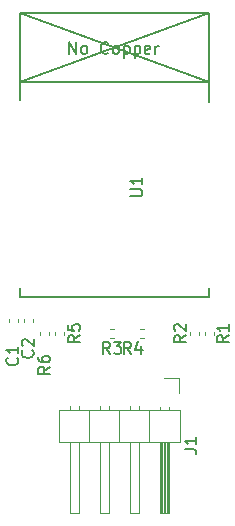
<source format=gbr>
%TF.GenerationSoftware,KiCad,Pcbnew,6.0.5-a6ca702e91~116~ubuntu20.04.1*%
%TF.CreationDate,2022-06-07T16:18:29-07:00*%
%TF.ProjectId,esp8266-dongle,65737038-3236-4362-9d64-6f6e676c652e,rev?*%
%TF.SameCoordinates,Original*%
%TF.FileFunction,Legend,Top*%
%TF.FilePolarity,Positive*%
%FSLAX46Y46*%
G04 Gerber Fmt 4.6, Leading zero omitted, Abs format (unit mm)*
G04 Created by KiCad (PCBNEW 6.0.5-a6ca702e91~116~ubuntu20.04.1) date 2022-06-07 16:18:29*
%MOMM*%
%LPD*%
G01*
G04 APERTURE LIST*
%ADD10C,0.150000*%
%ADD11C,0.120000*%
%ADD12C,0.152400*%
G04 APERTURE END LIST*
D10*
%TO.C,R2*%
X121837380Y-97956666D02*
X121361190Y-98290000D01*
X121837380Y-98528095D02*
X120837380Y-98528095D01*
X120837380Y-98147142D01*
X120885000Y-98051904D01*
X120932619Y-98004285D01*
X121027857Y-97956666D01*
X121170714Y-97956666D01*
X121265952Y-98004285D01*
X121313571Y-98051904D01*
X121361190Y-98147142D01*
X121361190Y-98528095D01*
X120932619Y-97575714D02*
X120885000Y-97528095D01*
X120837380Y-97432857D01*
X120837380Y-97194761D01*
X120885000Y-97099523D01*
X120932619Y-97051904D01*
X121027857Y-97004285D01*
X121123095Y-97004285D01*
X121265952Y-97051904D01*
X121837380Y-97623333D01*
X121837380Y-97004285D01*
%TO.C,R1*%
X125447380Y-97956666D02*
X124971190Y-98290000D01*
X125447380Y-98528095D02*
X124447380Y-98528095D01*
X124447380Y-98147142D01*
X124495000Y-98051904D01*
X124542619Y-98004285D01*
X124637857Y-97956666D01*
X124780714Y-97956666D01*
X124875952Y-98004285D01*
X124923571Y-98051904D01*
X124971190Y-98147142D01*
X124971190Y-98528095D01*
X125447380Y-97004285D02*
X125447380Y-97575714D01*
X125447380Y-97290000D02*
X124447380Y-97290000D01*
X124590238Y-97385238D01*
X124685476Y-97480476D01*
X124733095Y-97575714D01*
%TO.C,R4*%
X117181333Y-99512380D02*
X116848000Y-99036190D01*
X116609904Y-99512380D02*
X116609904Y-98512380D01*
X116990857Y-98512380D01*
X117086095Y-98560000D01*
X117133714Y-98607619D01*
X117181333Y-98702857D01*
X117181333Y-98845714D01*
X117133714Y-98940952D01*
X117086095Y-98988571D01*
X116990857Y-99036190D01*
X116609904Y-99036190D01*
X118038476Y-98845714D02*
X118038476Y-99512380D01*
X117800380Y-98464761D02*
X117562285Y-99179047D01*
X118181333Y-99179047D01*
%TO.C,U1*%
X117132380Y-86171904D02*
X117941904Y-86171904D01*
X118037142Y-86124285D01*
X118084761Y-86076666D01*
X118132380Y-85981428D01*
X118132380Y-85790952D01*
X118084761Y-85695714D01*
X118037142Y-85648095D01*
X117941904Y-85600476D01*
X117132380Y-85600476D01*
X118132380Y-84600476D02*
X118132380Y-85171904D01*
X118132380Y-84886190D02*
X117132380Y-84886190D01*
X117275238Y-84981428D01*
X117370476Y-85076666D01*
X117418095Y-85171904D01*
X111967714Y-74112380D02*
X111967714Y-73112380D01*
X112539142Y-74112380D01*
X112539142Y-73112380D01*
X113158190Y-74112380D02*
X113062952Y-74064761D01*
X113015333Y-74017142D01*
X112967714Y-73921904D01*
X112967714Y-73636190D01*
X113015333Y-73540952D01*
X113062952Y-73493333D01*
X113158190Y-73445714D01*
X113301047Y-73445714D01*
X113396285Y-73493333D01*
X113443904Y-73540952D01*
X113491523Y-73636190D01*
X113491523Y-73921904D01*
X113443904Y-74017142D01*
X113396285Y-74064761D01*
X113301047Y-74112380D01*
X113158190Y-74112380D01*
X115253428Y-74017142D02*
X115205809Y-74064761D01*
X115062952Y-74112380D01*
X114967714Y-74112380D01*
X114824857Y-74064761D01*
X114729619Y-73969523D01*
X114682000Y-73874285D01*
X114634380Y-73683809D01*
X114634380Y-73540952D01*
X114682000Y-73350476D01*
X114729619Y-73255238D01*
X114824857Y-73160000D01*
X114967714Y-73112380D01*
X115062952Y-73112380D01*
X115205809Y-73160000D01*
X115253428Y-73207619D01*
X115824857Y-74112380D02*
X115729619Y-74064761D01*
X115682000Y-74017142D01*
X115634380Y-73921904D01*
X115634380Y-73636190D01*
X115682000Y-73540952D01*
X115729619Y-73493333D01*
X115824857Y-73445714D01*
X115967714Y-73445714D01*
X116062952Y-73493333D01*
X116110571Y-73540952D01*
X116158190Y-73636190D01*
X116158190Y-73921904D01*
X116110571Y-74017142D01*
X116062952Y-74064761D01*
X115967714Y-74112380D01*
X115824857Y-74112380D01*
X116586761Y-73445714D02*
X116586761Y-74445714D01*
X116586761Y-73493333D02*
X116682000Y-73445714D01*
X116872476Y-73445714D01*
X116967714Y-73493333D01*
X117015333Y-73540952D01*
X117062952Y-73636190D01*
X117062952Y-73921904D01*
X117015333Y-74017142D01*
X116967714Y-74064761D01*
X116872476Y-74112380D01*
X116682000Y-74112380D01*
X116586761Y-74064761D01*
X117491523Y-73445714D02*
X117491523Y-74445714D01*
X117491523Y-73493333D02*
X117586761Y-73445714D01*
X117777238Y-73445714D01*
X117872476Y-73493333D01*
X117920095Y-73540952D01*
X117967714Y-73636190D01*
X117967714Y-73921904D01*
X117920095Y-74017142D01*
X117872476Y-74064761D01*
X117777238Y-74112380D01*
X117586761Y-74112380D01*
X117491523Y-74064761D01*
X118777238Y-74064761D02*
X118682000Y-74112380D01*
X118491523Y-74112380D01*
X118396285Y-74064761D01*
X118348666Y-73969523D01*
X118348666Y-73588571D01*
X118396285Y-73493333D01*
X118491523Y-73445714D01*
X118682000Y-73445714D01*
X118777238Y-73493333D01*
X118824857Y-73588571D01*
X118824857Y-73683809D01*
X118348666Y-73779047D01*
X119253428Y-74112380D02*
X119253428Y-73445714D01*
X119253428Y-73636190D02*
X119301047Y-73540952D01*
X119348666Y-73493333D01*
X119443904Y-73445714D01*
X119539142Y-73445714D01*
%TO.C,J1*%
X121727380Y-107588333D02*
X122441666Y-107588333D01*
X122584523Y-107635952D01*
X122679761Y-107731190D01*
X122727380Y-107874047D01*
X122727380Y-107969285D01*
X122727380Y-106588333D02*
X122727380Y-107159761D01*
X122727380Y-106874047D02*
X121727380Y-106874047D01*
X121870238Y-106969285D01*
X121965476Y-107064523D01*
X122013095Y-107159761D01*
%TO.C,C1*%
X107545142Y-99861666D02*
X107592761Y-99909285D01*
X107640380Y-100052142D01*
X107640380Y-100147380D01*
X107592761Y-100290238D01*
X107497523Y-100385476D01*
X107402285Y-100433095D01*
X107211809Y-100480714D01*
X107068952Y-100480714D01*
X106878476Y-100433095D01*
X106783238Y-100385476D01*
X106688000Y-100290238D01*
X106640380Y-100147380D01*
X106640380Y-100052142D01*
X106688000Y-99909285D01*
X106735619Y-99861666D01*
X107640380Y-98909285D02*
X107640380Y-99480714D01*
X107640380Y-99195000D02*
X106640380Y-99195000D01*
X106783238Y-99290238D01*
X106878476Y-99385476D01*
X106926095Y-99480714D01*
%TO.C,R5*%
X112847380Y-97956666D02*
X112371190Y-98290000D01*
X112847380Y-98528095D02*
X111847380Y-98528095D01*
X111847380Y-98147142D01*
X111895000Y-98051904D01*
X111942619Y-98004285D01*
X112037857Y-97956666D01*
X112180714Y-97956666D01*
X112275952Y-98004285D01*
X112323571Y-98051904D01*
X112371190Y-98147142D01*
X112371190Y-98528095D01*
X111847380Y-97051904D02*
X111847380Y-97528095D01*
X112323571Y-97575714D01*
X112275952Y-97528095D01*
X112228333Y-97432857D01*
X112228333Y-97194761D01*
X112275952Y-97099523D01*
X112323571Y-97051904D01*
X112418809Y-97004285D01*
X112656904Y-97004285D01*
X112752142Y-97051904D01*
X112799761Y-97099523D01*
X112847380Y-97194761D01*
X112847380Y-97432857D01*
X112799761Y-97528095D01*
X112752142Y-97575714D01*
%TO.C,C2*%
X108842142Y-99226666D02*
X108889761Y-99274285D01*
X108937380Y-99417142D01*
X108937380Y-99512380D01*
X108889761Y-99655238D01*
X108794523Y-99750476D01*
X108699285Y-99798095D01*
X108508809Y-99845714D01*
X108365952Y-99845714D01*
X108175476Y-99798095D01*
X108080238Y-99750476D01*
X107985000Y-99655238D01*
X107937380Y-99512380D01*
X107937380Y-99417142D01*
X107985000Y-99274285D01*
X108032619Y-99226666D01*
X108032619Y-98845714D02*
X107985000Y-98798095D01*
X107937380Y-98702857D01*
X107937380Y-98464761D01*
X107985000Y-98369523D01*
X108032619Y-98321904D01*
X108127857Y-98274285D01*
X108223095Y-98274285D01*
X108365952Y-98321904D01*
X108937380Y-98893333D01*
X108937380Y-98274285D01*
%TO.C,R3*%
X115403333Y-99512380D02*
X115070000Y-99036190D01*
X114831904Y-99512380D02*
X114831904Y-98512380D01*
X115212857Y-98512380D01*
X115308095Y-98560000D01*
X115355714Y-98607619D01*
X115403333Y-98702857D01*
X115403333Y-98845714D01*
X115355714Y-98940952D01*
X115308095Y-98988571D01*
X115212857Y-99036190D01*
X114831904Y-99036190D01*
X115736666Y-98512380D02*
X116355714Y-98512380D01*
X116022380Y-98893333D01*
X116165238Y-98893333D01*
X116260476Y-98940952D01*
X116308095Y-98988571D01*
X116355714Y-99083809D01*
X116355714Y-99321904D01*
X116308095Y-99417142D01*
X116260476Y-99464761D01*
X116165238Y-99512380D01*
X115879523Y-99512380D01*
X115784285Y-99464761D01*
X115736666Y-99417142D01*
%TO.C,R6*%
X110307380Y-100623666D02*
X109831190Y-100957000D01*
X110307380Y-101195095D02*
X109307380Y-101195095D01*
X109307380Y-100814142D01*
X109355000Y-100718904D01*
X109402619Y-100671285D01*
X109497857Y-100623666D01*
X109640714Y-100623666D01*
X109735952Y-100671285D01*
X109783571Y-100718904D01*
X109831190Y-100814142D01*
X109831190Y-101195095D01*
X109307380Y-99766523D02*
X109307380Y-99957000D01*
X109355000Y-100052238D01*
X109402619Y-100099857D01*
X109545476Y-100195095D01*
X109735952Y-100242714D01*
X110116904Y-100242714D01*
X110212142Y-100195095D01*
X110259761Y-100147476D01*
X110307380Y-100052238D01*
X110307380Y-99861761D01*
X110259761Y-99766523D01*
X110212142Y-99718904D01*
X110116904Y-99671285D01*
X109878809Y-99671285D01*
X109783571Y-99718904D01*
X109735952Y-99766523D01*
X109688333Y-99861761D01*
X109688333Y-100052238D01*
X109735952Y-100147476D01*
X109783571Y-100195095D01*
X109878809Y-100242714D01*
D11*
%TO.C,R2*%
X122935000Y-97943641D02*
X122935000Y-97636359D01*
X122175000Y-97943641D02*
X122175000Y-97636359D01*
%TO.C,R1*%
X123445000Y-97636359D02*
X123445000Y-97943641D01*
X124205000Y-97636359D02*
X124205000Y-97943641D01*
%TO.C,R4*%
X117956359Y-97410000D02*
X118263641Y-97410000D01*
X117956359Y-98170000D02*
X118263641Y-98170000D01*
D12*
%TO.C,U1*%
X107774000Y-70678000D02*
X107774000Y-78044000D01*
X107782000Y-76460000D02*
X123782000Y-76460000D01*
X123776000Y-94681000D02*
X123776000Y-93919000D01*
X123782000Y-70660000D02*
X107782000Y-76460000D01*
X107774000Y-93919000D02*
X107774000Y-94681000D01*
X107782000Y-70660000D02*
X123782000Y-76460000D01*
X123776000Y-70678000D02*
X123776000Y-78171000D01*
X107774000Y-70678000D02*
X123776000Y-70678000D01*
X107774000Y-94681000D02*
X123776000Y-94681000D01*
D11*
%TO.C,J1*%
X111055000Y-106970000D02*
X121335000Y-106970000D01*
X115305000Y-106970000D02*
X115305000Y-112970000D01*
X114545000Y-112970000D02*
X114545000Y-106970000D01*
X111055000Y-104310000D02*
X111055000Y-106970000D01*
X119965000Y-106970000D02*
X119965000Y-112970000D01*
X120385000Y-106970000D02*
X120385000Y-112970000D01*
X119725000Y-106970000D02*
X119725000Y-112970000D01*
X112765000Y-112970000D02*
X112005000Y-112970000D01*
X121335000Y-106970000D02*
X121335000Y-104310000D01*
X117845000Y-112970000D02*
X117085000Y-112970000D01*
X117845000Y-103912929D02*
X117845000Y-104310000D01*
X117845000Y-106970000D02*
X117845000Y-112970000D01*
X120205000Y-106970000D02*
X120205000Y-112970000D01*
X114545000Y-103912929D02*
X114545000Y-104310000D01*
X112005000Y-103912929D02*
X112005000Y-104310000D01*
X118735000Y-104310000D02*
X118735000Y-106970000D01*
X113655000Y-104310000D02*
X113655000Y-106970000D01*
X121335000Y-104310000D02*
X111055000Y-104310000D01*
X120325000Y-106970000D02*
X120325000Y-112970000D01*
X120385000Y-103980000D02*
X120385000Y-104310000D01*
X119625000Y-112970000D02*
X119625000Y-106970000D01*
X112005000Y-112970000D02*
X112005000Y-106970000D01*
X120085000Y-106970000D02*
X120085000Y-112970000D01*
X115305000Y-112970000D02*
X114545000Y-112970000D01*
X115305000Y-103912929D02*
X115305000Y-104310000D01*
X119625000Y-103980000D02*
X119625000Y-104310000D01*
X117085000Y-103912929D02*
X117085000Y-104310000D01*
X121275000Y-101600000D02*
X121275000Y-102870000D01*
X112765000Y-106970000D02*
X112765000Y-112970000D01*
X116195000Y-104310000D02*
X116195000Y-106970000D01*
X120385000Y-112970000D02*
X119625000Y-112970000D01*
X117085000Y-112970000D02*
X117085000Y-106970000D01*
X112765000Y-103912929D02*
X112765000Y-104310000D01*
X120005000Y-101600000D02*
X121275000Y-101600000D01*
X119845000Y-106970000D02*
X119845000Y-112970000D01*
%TO.C,C1*%
X106855000Y-96567164D02*
X106855000Y-96782836D01*
X107575000Y-96567164D02*
X107575000Y-96782836D01*
%TO.C,R5*%
X111505000Y-97943641D02*
X111505000Y-97636359D01*
X110745000Y-97943641D02*
X110745000Y-97636359D01*
%TO.C,C2*%
X108845000Y-96567164D02*
X108845000Y-96782836D01*
X108125000Y-96567164D02*
X108125000Y-96782836D01*
%TO.C,R3*%
X115723641Y-98170000D02*
X115416359Y-98170000D01*
X115723641Y-97410000D02*
X115416359Y-97410000D01*
%TO.C,R6*%
X110235000Y-97943641D02*
X110235000Y-97636359D01*
X109475000Y-97943641D02*
X109475000Y-97636359D01*
%TD*%
M02*

</source>
